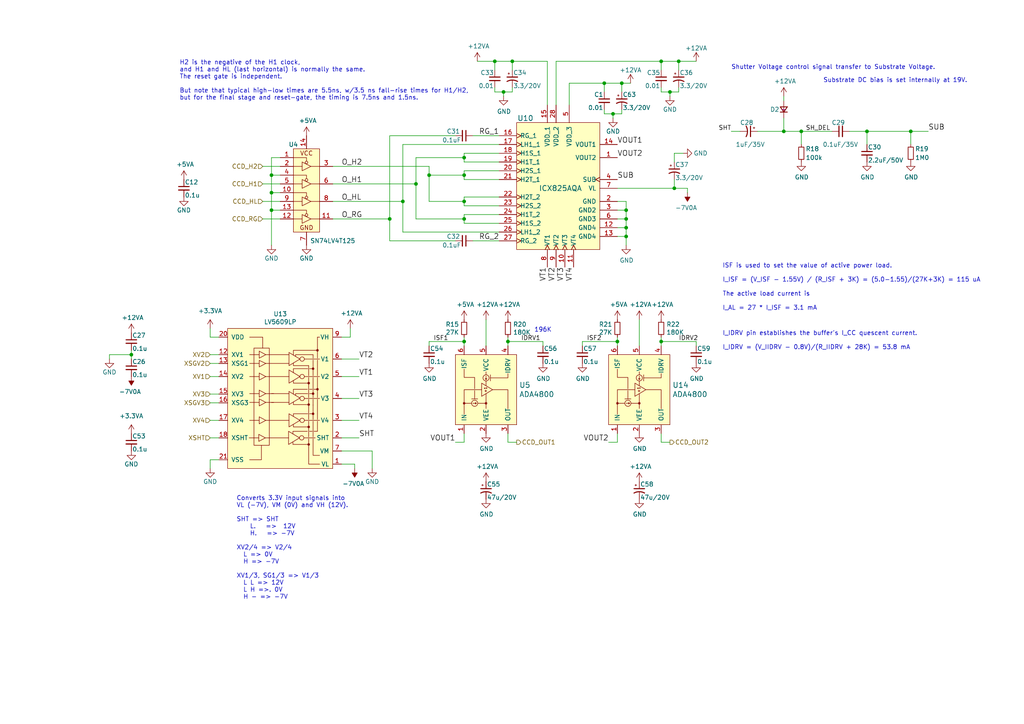
<source format=kicad_sch>
(kicad_sch (version 20230121) (generator eeschema)
  (paper "A4")
  (lib_symbols
    (symbol "@Engstad:-7V0A" (power) (pin_names (offset 0))
      (property "Value" "-7V0A" (at 0 3.81 0))
      (symbol "-7V0A_0_0"
        (pin power_in line (at 0 0 90) (length 0) hide (name "-7V0A") (number "1"))
      )
      (symbol "-7V0A_0_1"
        (polyline (pts (xy 0 0) (xy 0 1.27) (xy 0.762 1.27) (xy 0 2.54) (xy -0.762 1.27) (xy 0 1.27)) (fill (type outline)))
      )
    )
    (symbol "@Engstad:ADA4800" (pin_names (offset 1.016))
      (property "Reference" "U" (at 0 -11.43 0))
      (property "Value" "ADA4800" (at 0 11.43 0))
      (property "Datasheet" "https://www.analog.com/media/en/technical-documentation/data-sheets/ADA4800.pdf" (at 25.4 -10.16 0))
      (symbol "ADA4800_0_0"
        (circle (center -3.937 0) (radius 0.127))
        (circle (center -3.937 0) (radius 0.2794))
        (circle (center -3.937 6.35) (radius 0.127))
        (circle (center -3.937 6.35) (radius 0.2794))
        (polyline (pts (xy -5.461 0) (xy -1.143 0)))
        (polyline (pts (xy -3.937 2.413) (xy -3.937 0)))
        (polyline (pts (xy -3.937 4.191) (xy -3.937 6.35)))
        (polyline (pts (xy -2.667 3.302) (xy -0.254 3.302)))
        (polyline (pts (xy -2.667 4.191) (xy -2.667 2.413)))
        (polyline (pts (xy 1.143 0) (xy 2.54 0)))
        (polyline (pts (xy 2.54 -1.27) (xy 4.318 -1.27)))
        (polyline (pts (xy 4.318 0) (xy 5.207 0)))
        (polyline (pts (xy 3.429 -1.27) (xy 3.429 -6.35) (xy 4.699 -6.35)))
        (polyline (pts (xy 0.254 3.302) (xy 3.556 3.302) (xy 3.556 6.35) (xy 5.969 6.35)))
        (polyline (pts (xy -3.937 3.81) (xy -3.937 2.794) (xy -4.191 3.048) (xy -3.683 3.048) (xy -3.937 2.794)))
        (polyline (pts (xy 3.937 0) (xy 2.921 0) (xy 3.175 0.254) (xy 3.175 -0.254) (xy 2.921 0)))
        (circle (center 3.429 0) (radius 0.889))
        (text "+1" (at 0 0.127 0) (effects (font (size 0.762 0.762))))
      )
      (symbol "ADA4800_0_1"
        (rectangle (start -10.16 8.89) (end 10.16 -8.89) (fill (type background)))
        (polyline (pts (xy -7.112 6.35) (xy 0 6.35) (xy 0 1.27)))
        (polyline (pts (xy 0 -1.905) (xy 0 -6.35) (xy -5.588 -6.35)))
        (polyline (pts (xy -1.905 1.27) (xy 1.905 1.27) (xy 0 -1.905) (xy -1.905 1.27)))
      )
      (symbol "ADA4800_1_1"
        (circle (center -3.937 3.302) (radius 0.889))
        (pin input line (at -12.7 6.35 0) (length 2.54) (name "IN") (number "1"))
        (pin power_in line (at -12.7 0 0) (length 2.54) (name "VEE") (number "2"))
        (pin output line (at -12.7 -6.35 0) (length 2.54) (name "OUT") (number "3"))
        (pin input line (at 12.7 -6.35 180) (length 2.54) (name "IDRV") (number "4"))
        (pin power_in line (at 12.7 0 180) (length 2.54) (name "VCC") (number "5"))
        (pin output line (at 12.7 6.35 180) (length 2.54) (name "ISF") (number "6"))
      )
    )
    (symbol "@Engstad:LV5609LP" (pin_names (offset 1.016))
      (property "Reference" "U" (at 0.127 24.511 0))
      (property "Value" "LV5609LP" (at 0.127 21.971 0))
      (symbol "LV5609LP_0_1"
        (rectangle (start -15.24 19.05) (end 15.24 -21.59) (fill (type background)))
        (rectangle (start -7.62 13.335) (end -3.175 -14.859))
        (polyline (pts (xy -8.89 5.08) (xy -6.096 5.08)))
        (polyline (pts (xy -8.89 8.89) (xy -6.096 8.89)))
        (polyline (pts (xy -8.89 11.43) (xy -6.096 11.43)))
        (polyline (pts (xy -4.191 5.08) (xy 2.54 5.08)))
        (polyline (pts (xy -4.191 8.89) (xy 2.54 8.89)))
        (polyline (pts (xy -4.191 11.43) (xy 2.54 11.43)))
        (polyline (pts (xy 6.985 5.08) (xy 11.43 5.08)))
        (polyline (pts (xy 6.985 10.16) (xy 11.43 10.16)))
        (polyline (pts (xy 8.255 -12.446) (xy 8.255 -7.874)))
        (polyline (pts (xy 8.255 -1.524) (xy 8.255 -7.366)))
        (polyline (pts (xy 8.255 4.826) (xy 8.255 -1.016)))
        (polyline (pts (xy 8.255 8.255) (xy 8.255 5.334)))
        (polyline (pts (xy 8.509 1.397) (xy 9.271 1.397)))
        (polyline (pts (xy 9.271 -10.795) (xy 8.509 -10.795)))
        (polyline (pts (xy 9.525 -7.874) (xy 9.525 -12.446)))
        (polyline (pts (xy 9.525 -3.175) (xy 9.525 -7.366)))
        (polyline (pts (xy 9.525 -3.175) (xy 9.525 -3.175)))
        (polyline (pts (xy 9.525 0.254) (xy 9.525 4.826)))
        (polyline (pts (xy 9.525 5.334) (xy 9.525 9.906)))
        (polyline (pts (xy 9.525 7.366) (xy 8.509 7.366)))
        (polyline (pts (xy 9.525 11.43) (xy 9.525 10.414)))
        (polyline (pts (xy 9.779 1.397) (xy 10.795 1.397)))
        (polyline (pts (xy 10.795 -10.795) (xy 9.779 -10.795)))
        (polyline (pts (xy 10.795 -7.874) (xy 10.795 -10.795)))
        (polyline (pts (xy 10.795 -7.366) (xy 10.795 -1.524)))
        (polyline (pts (xy 10.795 5.334) (xy 10.795 9.906)))
        (polyline (pts (xy 10.795 10.414) (xy 10.795 12.7)))
        (polyline (pts (xy -8.89 -19.05) (xy -5.461 -19.05) (xy -5.461 -14.859)))
        (polyline (pts (xy -5.08 13.335) (xy -5.08 16.51) (xy -8.89 16.51)))
        (polyline (pts (xy 3.683 -13.97) (xy 3.683 -14.605) (xy 8.128 -14.605)))
        (polyline (pts (xy 3.81 -8.89) (xy 3.81 -9.525) (xy 8.255 -9.525)))
        (polyline (pts (xy 3.81 -2.286) (xy 3.81 -3.048) (xy 8.255 -3.048)))
        (polyline (pts (xy 3.81 0) (xy 3.81 1.397) (xy 7.874 1.397)))
        (polyline (pts (xy 3.81 3.937) (xy 3.81 3.175) (xy 8.255 3.175)))
        (polyline (pts (xy 3.81 6.223) (xy 3.81 7.366) (xy 8.001 7.366)))
        (polyline (pts (xy 3.81 9.017) (xy 3.81 8.255) (xy 8.255 8.255)))
        (polyline (pts (xy 3.81 11.303) (xy 3.81 12.7) (xy 10.795 12.7)))
        (polyline (pts (xy 4.445 -0.381) (xy 4.445 0.127) (xy 8.001 0.127)))
        (polyline (pts (xy 4.445 10.922) (xy 4.445 11.43) (xy 9.525 11.43)))
        (polyline (pts (xy 7.874 -10.795) (xy 3.683 -10.795) (xy 3.683 -11.557)))
        (polyline (pts (xy 8.001 -5.715) (xy 3.81 -5.715) (xy 3.81 -6.477)))
        (polyline (pts (xy 8.255 -12.954) (xy 8.255 -20.32) (xy 11.43 -20.32)))
        (polyline (pts (xy 8.509 0.127) (xy 9.525 0.127) (xy 9.525 -1.016)))
        (polyline (pts (xy 9.525 -12.954) (xy 9.525 -17.78) (xy 11.43 -17.78)))
        (polyline (pts (xy 9.525 -5.715) (xy 8.89 -5.715) (xy 8.509 -5.715)))
        (polyline (pts (xy -6.096 6.096) (xy -6.096 4.064) (xy -4.191 5.08) (xy -6.096 6.096)))
        (polyline (pts (xy -6.096 9.779) (xy -6.096 7.874) (xy -4.191 8.89) (xy -6.096 9.779)))
        (polyline (pts (xy -6.096 12.446) (xy -6.096 10.414) (xy -4.191 11.43) (xy -6.096 12.446)))
        (polyline (pts (xy 2.54 6.985) (xy 2.54 3.175) (xy 5.715 5.08) (xy 2.54 6.985)))
        (polyline (pts (xy 2.54 12.065) (xy 2.54 8.255) (xy 5.715 10.16) (xy 2.54 12.065)))
        (circle (center 6.35 5.08) (radius 0.635))
        (circle (center 6.35 10.16) (radius 0.635))
        (circle (center 8.255 -14.605) (radius 0.2794) (fill (type outline)))
        (circle (center 8.255 -9.525) (radius 0.2794) (fill (type outline)))
        (circle (center 8.255 3.175) (radius 0.2794) (fill (type outline)))
        (circle (center 9.525 0.127) (radius 0.2794) (fill (type outline)))
        (circle (center 9.525 7.366) (radius 0.2794) (fill (type outline)))
        (circle (center 10.795 1.397) (radius 0.2794) (fill (type outline)))
        (rectangle (start 10.795 12.7) (end 10.795 16.51))
        (rectangle (start 10.795 16.51) (end 11.43 16.51))
      )
      (symbol "LV5609LP_1_1"
        (polyline (pts (xy -9.017 -12.7) (xy -6.223 -12.7)))
        (polyline (pts (xy -8.89 -7.62) (xy -6.096 -7.62)))
        (polyline (pts (xy -8.89 -2.413) (xy -6.096 -2.413)))
        (polyline (pts (xy -8.89 0.127) (xy -6.096 0.127)))
        (polyline (pts (xy -4.318 -12.7) (xy 2.413 -12.7)))
        (polyline (pts (xy -4.191 -7.62) (xy 2.54 -7.62)))
        (polyline (pts (xy -4.191 -2.413) (xy -1.905 -2.413)))
        (polyline (pts (xy -4.191 0.127) (xy -1.905 0.127)))
        (polyline (pts (xy -2.54 -2.413) (xy 2.54 -2.413)))
        (polyline (pts (xy -2.54 0.127) (xy 2.54 0.127)))
        (polyline (pts (xy 6.985 -12.7) (xy 10.16 -12.7)))
        (polyline (pts (xy 6.985 -7.62) (xy 11.43 -7.62)))
        (polyline (pts (xy 6.985 -1.27) (xy 11.43 -1.27)))
        (polyline (pts (xy 9.525 -3.175) (xy 9.525 -1.524)))
        (polyline (pts (xy 10.795 4.826) (xy 10.795 -1.016)))
        (polyline (pts (xy -6.223 -11.684) (xy -6.223 -13.716) (xy -4.318 -12.7) (xy -6.223 -11.684)))
        (polyline (pts (xy -6.096 -6.604) (xy -6.096 -8.636) (xy -4.191 -7.62) (xy -6.096 -6.604)))
        (polyline (pts (xy -6.096 -1.397) (xy -6.096 -3.429) (xy -4.191 -2.413) (xy -6.096 -1.397)))
        (polyline (pts (xy -6.096 1.143) (xy -6.096 -0.889) (xy -4.191 0.127) (xy -6.096 1.143)))
        (polyline (pts (xy 2.413 -10.795) (xy 2.413 -14.605) (xy 5.588 -12.7) (xy 2.413 -10.795)))
        (polyline (pts (xy 2.54 -5.715) (xy 2.54 -9.525) (xy 5.715 -7.62) (xy 2.54 -5.715)))
        (polyline (pts (xy 2.54 0.762) (xy 2.54 -3.048) (xy 5.715 -1.143) (xy 2.54 0.762)))
        (circle (center 6.223 -12.7) (radius 0.635))
        (circle (center 6.35 -7.62) (radius 0.635))
        (circle (center 6.35 -1.27) (radius 0.635))
        (circle (center 8.255 -3.048) (radius 0.2794) (fill (type outline)))
        (circle (center 9.525 -5.715) (radius 0.2794) (fill (type outline)))
        (circle (center 10.795 12.7) (radius 0.2794) (fill (type outline)))
        (pin power_in line (at 17.78 -20.32 180) (length 2.54) (name "VL") (number "1"))
        (pin input line (at -17.78 11.43 0) (length 2.54) (name "XV1") (number "12"))
        (pin input line (at -17.78 8.89 0) (length 2.54) (name "XSG1") (number "13"))
        (pin input line (at -17.78 5.08 0) (length 2.54) (name "XV2") (number "14"))
        (pin input line (at -17.78 0 0) (length 2.54) (name "XV3") (number "15"))
        (pin input line (at -17.78 -2.54 0) (length 2.54) (name "XSG3") (number "16"))
        (pin input line (at -17.78 -7.62 0) (length 2.54) (name "XV4") (number "17"))
        (pin input line (at -17.78 -12.7 0) (length 2.54) (name "XSHT") (number "18"))
        (pin output line (at 17.78 -12.7 180) (length 2.54) (name "SHT") (number "2"))
        (pin power_in line (at -17.78 16.51 0) (length 2.54) (name "VDD") (number "20"))
        (pin power_in line (at -17.78 -19.05 0) (length 2.54) (name "VSS") (number "21"))
        (pin output line (at 17.78 -7.62 180) (length 2.54) (name "V4") (number "3"))
        (pin output line (at 17.78 -1.27 180) (length 2.54) (name "V3") (number "4"))
        (pin output line (at 17.78 5.08 180) (length 2.54) (name "V2") (number "5"))
        (pin output line (at 17.78 10.16 180) (length 2.54) (name "V1") (number "6"))
        (pin power_in line (at 17.78 -16.51 180) (length 2.54) (name "VM") (number "7"))
        (pin power_in line (at 17.78 16.51 180) (length 2.54) (name "VH") (number "9"))
      )
    )
    (symbol "@Engstad:SN74LV4T125" (pin_names (offset 1.016) hide)
      (property "Reference" "U" (at -6.35 15.24 0))
      (property "Value" "SN74LV4T125" (at 7.62 -15.24 0))
      (symbol "SN74LV4T125_0_0"
        (text "GND" (at 0 -11.43 0) (effects (font (size 1.27 1.27))))
        (text "VCC" (at 0 10.16 0) (effects (font (size 1.27 1.27))))
      )
      (symbol "SN74LV4T125_0_1"
        (rectangle (start -3.81 11.43) (end 3.81 -12.7) (fill (type background)))
        (polyline (pts (xy -3.81 -8.89) (xy -1.27 -8.89)))
        (polyline (pts (xy -3.81 -3.81) (xy -1.27 -3.81)))
        (polyline (pts (xy -3.81 1.27) (xy -1.27 1.27)))
        (polyline (pts (xy -3.81 6.35) (xy -1.27 6.35)))
        (polyline (pts (xy 1.27 -8.89) (xy 3.81 -8.89)))
        (polyline (pts (xy 1.27 -3.81) (xy 3.81 -3.81)))
        (polyline (pts (xy 1.27 1.27) (xy 3.81 1.27)))
        (polyline (pts (xy 1.27 6.35) (xy 3.81 6.35)))
        (polyline (pts (xy -3.81 -6.35) (xy 0 -6.35) (xy 0 -7.366)))
        (polyline (pts (xy -3.81 -1.27) (xy 0 -1.27) (xy 0 -2.286)))
        (polyline (pts (xy -3.81 3.81) (xy 0 3.81) (xy 0 2.794)))
        (polyline (pts (xy -3.81 8.89) (xy 0 8.89) (xy 0 7.874)))
        (polyline (pts (xy -1.27 -7.62) (xy -1.27 -10.16) (xy 1.27 -8.89) (xy -1.27 -7.62)))
        (polyline (pts (xy -1.27 -2.54) (xy -1.27 -5.08) (xy 1.27 -3.81) (xy -1.27 -2.54)))
        (polyline (pts (xy -1.27 2.54) (xy -1.27 0) (xy 1.27 1.27) (xy -1.27 2.54)))
        (polyline (pts (xy -1.27 7.62) (xy -1.27 5.08) (xy 1.27 6.35) (xy -1.27 7.62)))
        (circle (center 0 7.493) (radius 0.381))
      )
      (symbol "SN74LV4T125_1_1"
        (circle (center 0 -7.747) (radius 0.381))
        (circle (center 0 -2.667) (radius 0.381))
        (circle (center 0 2.413) (radius 0.381))
        (pin input line (at -7.62 8.89 0) (length 3.81) (name "1~{OE}") (number "1"))
        (pin input line (at -7.62 -1.27 0) (length 3.81) (name "3~{OE}") (number "10"))
        (pin output line (at 7.62 -8.89 180) (length 3.81) (name "4Y") (number "11"))
        (pin input line (at -7.62 -8.89 0) (length 3.81) (name "4A") (number "12"))
        (pin input line (at -7.62 -6.35 0) (length 3.81) (name "4~{OE}") (number "13"))
        (pin power_in line (at 0 15.24 270) (length 3.81) (name "VCC") (number "14"))
        (pin input line (at -7.62 6.35 0) (length 3.81) (name "1A") (number "2"))
        (pin output line (at 7.62 6.35 180) (length 3.81) (name "1Y") (number "3"))
        (pin input line (at -7.62 3.81 0) (length 3.81) (name "2~{OE}") (number "4"))
        (pin input line (at -7.62 1.27 0) (length 3.81) (name "2A") (number "5"))
        (pin output line (at 7.62 1.27 180) (length 3.81) (name "2Y") (number "6"))
        (pin power_in line (at 0 -16.51 90) (length 3.81) (name "GND") (number "7"))
        (pin output line (at 7.62 -3.81 180) (length 3.81) (name "3Y") (number "8"))
        (pin input line (at -7.62 -3.81 0) (length 3.81) (name "3A") (number "9"))
      )
    )
    (symbol "AstroCam-rescue:CP1_Small-Device" (pin_numbers hide) (pin_names (offset 0.254) hide)
      (property "Reference" "C" (at 0.254 1.778 0))
      (property "Value" "CP1_Small-Device" (at 0.254 -2.032 0))
      (symbol "CP1_Small-Device_0_1"
        (polyline (pts (xy -1.524 0.508) (xy 1.524 0.508)) (stroke (width 0.3048)))
        (polyline (pts (xy -1.27 1.524) (xy -0.762 1.524)))
        (polyline (pts (xy -1.016 1.27) (xy -1.016 1.778)))
        (arc (start 1.524 -0.762) (mid 0 -0.3734) (end -1.524 -0.762) (stroke (width 0.3048)))
      )
      (symbol "CP1_Small-Device_1_1"
        (pin passive line (at 0 2.54 270) (length 2.032) (name "~") (number "1"))
        (pin passive line (at 0 -2.54 90) (length 2.032) (name "~") (number "2"))
      )
    )
    (symbol "AstroCam-rescue:ICX825AQA" (pin_names (offset 1.016))
      (property "Reference" "U" (at -10.16 20.32 0))
      (property "Value" "ICX825AQA" (at 0 0 0))
      (symbol "ICX825AQA_0_1"
        (rectangle (start -12.7 19.05) (end 11.43 -17.78) (fill (type background)))
      )
      (symbol "ICX825AQA_1_1"
        (pin output line (at 16.51 8.89 180) (length 5.08) (name "VOUT2") (number "1"))
        (pin input clock (at 1.27 -22.86 90) (length 5.08) (name "VT3") (number "10"))
        (pin input clock (at 3.81 -22.86 90) (length 5.08) (name "VT4") (number "11"))
        (pin power_in line (at 16.51 -11.43 180) (length 5.08) (name "GND4") (number "12"))
        (pin power_in line (at 16.51 -13.97 180) (length 5.08) (name "GND4") (number "13"))
        (pin output line (at 16.51 12.7 180) (length 5.08) (name "VOUT1") (number "14"))
        (pin power_in line (at -3.81 24.13 270) (length 5.08) (name "VDD_1") (number "15"))
        (pin input clock (at -17.78 15.24 0) (length 5.08) (name "RG_1") (number "16"))
        (pin input clock (at -17.78 12.7 0) (length 5.08) (name "LH1_1") (number "17"))
        (pin input clock (at -17.78 10.16 0) (length 5.08) (name "H1S_1") (number "18"))
        (pin input clock (at -17.78 7.62 0) (length 5.08) (name "H1T_1") (number "19"))
        (pin power_in line (at 16.51 -3.81 180) (length 5.08) (name "GND") (number "2"))
        (pin input clock (at -17.78 5.08 0) (length 5.08) (name "H2S_1") (number "20"))
        (pin input clock (at -17.78 2.54 0) (length 5.08) (name "H2T_1") (number "21"))
        (pin input clock (at -17.78 -2.54 0) (length 5.08) (name "H2T_2") (number "22"))
        (pin input clock (at -17.78 -5.08 0) (length 5.08) (name "H2S_2") (number "23"))
        (pin input clock (at -17.78 -7.62 0) (length 5.08) (name "H1T_2") (number "24"))
        (pin input clock (at -17.78 -10.16 0) (length 5.08) (name "H1S_2") (number "25"))
        (pin input clock (at -17.78 -12.7 0) (length 5.08) (name "LH1_2") (number "26"))
        (pin input clock (at -17.78 -15.24 0) (length 5.08) (name "RG_2") (number "27"))
        (pin power_in line (at -1.27 24.13 270) (length 5.08) (name "VDD_2") (number "28"))
        (pin power_in line (at 16.51 -6.35 180) (length 5.08) (name "GND2") (number "3"))
        (pin input clock (at 16.51 2.54 180) (length 5.08) (name "SUB") (number "4"))
        (pin power_in line (at 2.54 24.13 270) (length 5.08) (name "VDD_3") (number "5"))
        (pin power_in line (at 16.51 -8.89 180) (length 5.08) (name "GND3") (number "6"))
        (pin input line (at 16.51 0 180) (length 5.08) (name "VL") (number "7"))
        (pin input clock (at -3.81 -22.86 90) (length 5.08) (name "VT1") (number "8"))
        (pin input clock (at -1.27 -22.86 90) (length 5.08) (name "VT2") (number "9"))
      )
    )
    (symbol "Device:C_Polarized_Small_US" (pin_numbers hide) (pin_names (offset 0.254) hide)
      (property "Reference" "C" (at 0.254 1.778 0))
      (property "Value" "C_Polarized_Small_US" (at 0.254 -2.032 0))
      (symbol "C_Polarized_Small_US_0_1"
        (polyline (pts (xy -1.524 0.508) (xy 1.524 0.508)) (stroke (width 0.3048)))
        (polyline (pts (xy -1.27 1.524) (xy -0.762 1.524)))
        (polyline (pts (xy -1.016 1.27) (xy -1.016 1.778)))
        (arc (start 1.524 -0.762) (mid 0 -0.3734) (end -1.524 -0.762) (stroke (width 0.3048)))
      )
      (symbol "C_Polarized_Small_US_1_1"
        (pin passive line (at 0 2.54 270) (length 2.032) (name "~") (number "1"))
        (pin passive line (at 0 -2.54 90) (length 2.032) (name "~") (number "2"))
      )
    )
    (symbol "Device:C_Small" (pin_numbers hide) (pin_names (offset 0.254) hide)
      (property "Reference" "C" (at 0.254 1.778 0))
      (property "Value" "C_Small" (at 0.254 -2.032 0))
      (symbol "C_Small_0_1"
        (polyline (pts (xy -1.524 -0.508) (xy 1.524 -0.508)) (stroke (width 0.3302)))
        (polyline (pts (xy -1.524 0.508) (xy 1.524 0.508)) (stroke (width 0.3048)))
      )
      (symbol "C_Small_1_1"
        (pin passive line (at 0 2.54 270) (length 2.032) (name "~") (number "1"))
        (pin passive line (at 0 -2.54 90) (length 2.032) (name "~") (number "2"))
      )
    )
    (symbol "Device:D_Small" (pin_numbers hide) (pin_names (offset 0.254) hide)
      (property "Reference" "D" (at -1.27 2.032 0))
      (property "Value" "D_Small" (at -3.81 -2.032 0))
      (symbol "D_Small_0_1"
        (polyline (pts (xy -0.762 -1.016) (xy -0.762 1.016)) (stroke (width 0.254)))
        (polyline (pts (xy -0.762 0) (xy 0.762 0)))
        (polyline (pts (xy 0.762 -1.016) (xy -0.762 0) (xy 0.762 1.016) (xy 0.762 -1.016)) (stroke (width 0.254)))
      )
      (symbol "D_Small_1_1"
        (pin passive line (at -2.54 0 0) (length 1.778) (name "K") (number "1"))
        (pin passive line (at 2.54 0 180) (length 1.778) (name "A") (number "2"))
      )
    )
    (symbol "Device:R_Small" (pin_numbers hide) (pin_names (offset 0.254) hide)
      (property "Reference" "R" (at 0.762 0.508 0))
      (property "Value" "R_Small" (at 0.762 -1.016 0))
      (symbol "R_Small_0_1"
        (rectangle (start -0.762 1.778) (end 0.762 -1.778) (stroke (width 0.2032)))
      )
      (symbol "R_Small_1_1"
        (pin passive line (at 0 2.54 270) (length 0.762) (name "~") (number "1"))
        (pin passive line (at 0 -2.54 90) (length 0.762) (name "~") (number "2"))
      )
    )
    (symbol "power:+12VA" (power) (pin_names (offset 0))
      (property "Value" "+12VA" (at 0 3.556 0))
      (symbol "+12VA_0_1"
        (polyline (pts (xy -0.762 1.27) (xy 0 2.54)))
        (polyline (pts (xy 0 0) (xy 0 2.54)))
        (polyline (pts (xy 0 2.54) (xy 0.762 1.27)))
      )
      (symbol "+12VA_1_1"
        (pin power_in line (at 0 0 90) (length 0) hide (name "+12VA") (number "1"))
      )
    )
    (symbol "power:+3.3VA" (power) (pin_names (offset 0))
      (property "Value" "+3.3VA" (at 0 3.556 0))
      (symbol "+3.3VA_0_1"
        (polyline (pts (xy -0.762 1.27) (xy 0 2.54)))
        (polyline (pts (xy 0 0) (xy 0 2.54)))
        (polyline (pts (xy 0 2.54) (xy 0.762 1.27)))
      )
      (symbol "+3.3VA_1_1"
        (pin power_in line (at 0 0 90) (length 0) hide (name "+3.3VA") (number "1"))
      )
    )
    (symbol "power:+5VA" (power) (pin_names (offset 0))
      (property "Value" "+5VA" (at 0 3.556 0))
      (symbol "+5VA_0_1"
        (polyline (pts (xy -0.762 1.27) (xy 0 2.54)))
        (polyline (pts (xy 0 0) (xy 0 2.54)))
        (polyline (pts (xy 0 2.54) (xy 0.762 1.27)))
      )
      (symbol "+5VA_1_1"
        (pin power_in line (at 0 0 90) (length 0) hide (name "+5VA") (number "1"))
      )
    )
    (symbol "power:GND" (power) (pin_names (offset 0))
      (property "Value" "GND" (at 0 -3.81 0))
      (symbol "GND_0_1"
        (polyline (pts (xy 0 0) (xy 0 -1.27) (xy 1.27 -1.27) (xy 0 -2.54) (xy -1.27 -1.27) (xy 0 -1.27)))
      )
      (symbol "GND_1_1"
        (pin power_in line (at 0 0 270) (length 0) hide (name "GND") (number "1"))
      )
    )
  )
  (junction (at 196.85 17.78))
  (junction (at 227.33 38.1))
  (junction (at 38.1 102.87))
  (junction (at 191.77 99.06))
  (junction (at 181.61 68.58))
  (junction (at 134.62 58.42))
  (junction (at 134.62 50.8))
  (junction (at 78.74 50.8))
  (junction (at 120.65 53.34))
  (junction (at 181.61 60.96))
  (junction (at 147.32 99.06))
  (junction (at 134.62 45.72))
  (junction (at 78.74 60.96))
  (junction (at 175.26 24.13))
  (junction (at 251.46 38.1))
  (junction (at 143.51 17.78))
  (junction (at 179.07 99.06))
  (junction (at 113.03 63.5))
  (junction (at 194.31 26.67))
  (junction (at 180.34 24.13))
  (junction (at 232.41 38.1))
  (junction (at 264.16 38.1))
  (junction (at 191.77 17.78))
  (junction (at 181.61 63.5))
  (junction (at 177.8 33.02))
  (junction (at 146.05 26.67))
  (junction (at 148.59 17.78))
  (junction (at 134.62 99.06))
  (junction (at 134.62 63.5))
  (junction (at 78.74 55.88))
  (junction (at 181.61 66.04))
  (junction (at 116.84 58.42))
  (junction (at 124.46 50.8))
  (junction (at 195.58 54.61))
  (wire (pts (xy 194.31 26.67) (xy 196.85 26.67)))
  (wire (pts (xy 99.06 134.62) (xy 102.87 134.62)))
  (wire (pts (xy 134.62 97.79) (xy 134.62 99.06)))
  (wire (pts (xy 60.96 114.3) (xy 63.5 114.3)))
  (wire (pts (xy 113.03 63.5) (xy 113.03 69.85)))
  (wire (pts (xy 179.07 58.42) (xy 181.61 58.42)))
  (wire (pts (xy 120.65 45.72) (xy 134.62 45.72)))
  (wire (pts (xy 120.65 53.34) (xy 120.65 45.72)))
  (wire (pts (xy 81.28 45.72) (xy 78.74 45.72)))
  (wire (pts (xy 147.32 128.27) (xy 149.86 128.27)))
  (wire (pts (xy 147.32 99.06) (xy 157.48 99.06)))
  (wire (pts (xy 227.33 38.1) (xy 232.41 38.1)))
  (wire (pts (xy 134.62 57.15) (xy 134.62 58.42)))
  (wire (pts (xy 134.62 63.5) (xy 134.62 64.77)))
  (wire (pts (xy 232.41 38.1) (xy 241.3 38.1)))
  (wire (pts (xy 148.59 26.67) (xy 148.59 25.4)))
  (wire (pts (xy 38.1 101.6) (xy 38.1 102.87)))
  (wire (pts (xy 134.62 63.5) (xy 120.65 63.5)))
  (wire (pts (xy 124.46 48.26) (xy 124.46 50.8)))
  (wire (pts (xy 99.06 97.79) (xy 101.6 97.79)))
  (wire (pts (xy 146.05 26.67) (xy 146.05 27.94)))
  (wire (pts (xy 99.06 130.81) (xy 107.95 130.81)))
  (wire (pts (xy 104.14 104.14) (xy 99.06 104.14)))
  (wire (pts (xy 165.1 24.13) (xy 165.1 30.48)))
  (wire (pts (xy 143.51 25.4) (xy 143.51 26.67)))
  (wire (pts (xy 134.62 64.77) (xy 144.78 64.77)))
  (wire (pts (xy 76.2 48.26) (xy 81.28 48.26)))
  (wire (pts (xy 179.07 68.58) (xy 181.61 68.58)))
  (wire (pts (xy 113.03 39.37) (xy 113.03 63.5)))
  (wire (pts (xy 191.77 17.78) (xy 196.85 17.78)))
  (wire (pts (xy 179.07 60.96) (xy 181.61 60.96)))
  (wire (pts (xy 175.26 33.02) (xy 177.8 33.02)))
  (wire (pts (xy 60.96 135.89) (xy 60.96 133.35)))
  (wire (pts (xy 143.51 17.78) (xy 148.59 17.78)))
  (wire (pts (xy 212.09 38.1) (xy 214.63 38.1)))
  (wire (pts (xy 76.2 53.34) (xy 81.28 53.34)))
  (wire (pts (xy 181.61 58.42) (xy 181.61 60.96)))
  (wire (pts (xy 96.52 48.26) (xy 124.46 48.26)))
  (wire (pts (xy 201.93 99.06) (xy 201.93 100.33)))
  (wire (pts (xy 96.52 63.5) (xy 113.03 63.5)))
  (wire (pts (xy 191.77 97.79) (xy 191.77 99.06)))
  (wire (pts (xy 134.62 58.42) (xy 134.62 59.69)))
  (wire (pts (xy 180.34 33.02) (xy 180.34 31.75)))
  (wire (pts (xy 78.74 50.8) (xy 81.28 50.8)))
  (wire (pts (xy 96.52 58.42) (xy 116.84 58.42)))
  (wire (pts (xy 99.06 109.22) (xy 104.14 109.22)))
  (wire (pts (xy 134.62 128.27) (xy 134.62 125.73)))
  (wire (pts (xy 138.43 17.78) (xy 143.51 17.78)))
  (wire (pts (xy 124.46 50.8) (xy 124.46 58.42)))
  (wire (pts (xy 196.85 17.78) (xy 201.93 17.78)))
  (wire (pts (xy 191.77 26.67) (xy 194.31 26.67)))
  (wire (pts (xy 179.07 97.79) (xy 179.07 99.06)))
  (wire (pts (xy 264.16 38.1) (xy 269.24 38.1)))
  (wire (pts (xy 191.77 128.27) (xy 194.31 128.27)))
  (wire (pts (xy 60.96 133.35) (xy 63.5 133.35)))
  (wire (pts (xy 143.51 17.78) (xy 143.51 20.32)))
  (wire (pts (xy 60.96 116.84) (xy 63.5 116.84)))
  (wire (pts (xy 116.84 41.91) (xy 144.78 41.91)))
  (wire (pts (xy 191.77 99.06) (xy 191.77 100.33)))
  (wire (pts (xy 177.8 33.02) (xy 177.8 34.29)))
  (wire (pts (xy 179.07 54.61) (xy 195.58 54.61)))
  (wire (pts (xy 227.33 34.29) (xy 227.33 38.1)))
  (wire (pts (xy 134.62 58.42) (xy 124.46 58.42)))
  (wire (pts (xy 116.84 67.31) (xy 144.78 67.31)))
  (wire (pts (xy 147.32 125.73) (xy 147.32 128.27)))
  (wire (pts (xy 179.07 128.27) (xy 179.07 125.73)))
  (wire (pts (xy 78.74 60.96) (xy 78.74 71.12)))
  (wire (pts (xy 76.2 63.5) (xy 81.28 63.5)))
  (wire (pts (xy 198.12 44.45) (xy 195.58 44.45)))
  (wire (pts (xy 157.48 99.06) (xy 157.48 100.33)))
  (wire (pts (xy 60.96 127) (xy 63.5 127)))
  (wire (pts (xy 227.33 29.21) (xy 227.33 27.94)))
  (wire (pts (xy 144.78 62.23) (xy 134.62 62.23)))
  (wire (pts (xy 101.6 97.79) (xy 101.6 95.25)))
  (wire (pts (xy 60.96 95.25) (xy 60.96 97.79)))
  (wire (pts (xy 185.42 92.71) (xy 185.42 100.33)))
  (wire (pts (xy 177.8 33.02) (xy 180.34 33.02)))
  (wire (pts (xy 195.58 54.61) (xy 199.39 54.61)))
  (wire (pts (xy 134.62 99.06) (xy 124.46 99.06)))
  (wire (pts (xy 195.58 44.45) (xy 195.58 46.99)))
  (wire (pts (xy 165.1 24.13) (xy 175.26 24.13)))
  (wire (pts (xy 134.62 99.06) (xy 134.62 100.33)))
  (wire (pts (xy 191.77 99.06) (xy 201.93 99.06)))
  (wire (pts (xy 99.06 115.57) (xy 104.14 115.57)))
  (wire (pts (xy 176.53 128.27) (xy 179.07 128.27)))
  (wire (pts (xy 120.65 63.5) (xy 120.65 53.34)))
  (wire (pts (xy 147.32 97.79) (xy 147.32 99.06)))
  (wire (pts (xy 104.14 121.92) (xy 99.06 121.92)))
  (wire (pts (xy 175.26 24.13) (xy 175.26 26.67)))
  (wire (pts (xy 196.85 17.78) (xy 196.85 20.32)))
  (wire (pts (xy 60.96 102.87) (xy 63.5 102.87)))
  (wire (pts (xy 161.29 17.78) (xy 191.77 17.78)))
  (wire (pts (xy 144.78 49.53) (xy 134.62 49.53)))
  (wire (pts (xy 78.74 55.88) (xy 81.28 55.88)))
  (wire (pts (xy 113.03 39.37) (xy 132.08 39.37)))
  (wire (pts (xy 78.74 60.96) (xy 81.28 60.96)))
  (wire (pts (xy 134.62 50.8) (xy 124.46 50.8)))
  (wire (pts (xy 31.75 102.87) (xy 31.75 104.14)))
  (wire (pts (xy 60.96 121.92) (xy 63.5 121.92)))
  (wire (pts (xy 148.59 17.78) (xy 148.59 20.32)))
  (wire (pts (xy 60.96 105.41) (xy 63.5 105.41)))
  (wire (pts (xy 124.46 99.06) (xy 124.46 100.33)))
  (wire (pts (xy 175.26 24.13) (xy 180.34 24.13)))
  (wire (pts (xy 264.16 38.1) (xy 264.16 41.91)))
  (wire (pts (xy 134.62 62.23) (xy 134.62 63.5)))
  (wire (pts (xy 132.08 128.27) (xy 134.62 128.27)))
  (wire (pts (xy 179.07 99.06) (xy 168.91 99.06)))
  (wire (pts (xy 102.87 134.62) (xy 102.87 135.89)))
  (wire (pts (xy 195.58 52.07) (xy 195.58 54.61)))
  (wire (pts (xy 38.1 102.87) (xy 31.75 102.87)))
  (wire (pts (xy 179.07 66.04) (xy 181.61 66.04)))
  (wire (pts (xy 179.07 63.5) (xy 181.61 63.5)))
  (wire (pts (xy 134.62 44.45) (xy 134.62 45.72)))
  (wire (pts (xy 246.38 38.1) (xy 251.46 38.1)))
  (wire (pts (xy 78.74 50.8) (xy 78.74 55.88)))
  (wire (pts (xy 78.74 45.72) (xy 78.74 50.8)))
  (wire (pts (xy 76.2 58.42) (xy 81.28 58.42)))
  (wire (pts (xy 144.78 57.15) (xy 134.62 57.15)))
  (wire (pts (xy 137.16 69.85) (xy 144.78 69.85)))
  (wire (pts (xy 191.77 25.4) (xy 191.77 26.67)))
  (wire (pts (xy 181.61 68.58) (xy 181.61 71.12)))
  (wire (pts (xy 96.52 53.34) (xy 120.65 53.34)))
  (wire (pts (xy 196.85 26.67) (xy 196.85 25.4)))
  (wire (pts (xy 175.26 31.75) (xy 175.26 33.02)))
  (wire (pts (xy 180.34 24.13) (xy 182.88 24.13)))
  (wire (pts (xy 181.61 66.04) (xy 181.61 68.58)))
  (wire (pts (xy 180.34 24.13) (xy 180.34 26.67)))
  (wire (pts (xy 199.39 54.61) (xy 199.39 55.88)))
  (wire (pts (xy 134.62 50.8) (xy 134.62 52.07)))
  (wire (pts (xy 107.95 130.81) (xy 107.95 135.89)))
  (wire (pts (xy 158.75 17.78) (xy 158.75 30.48)))
  (wire (pts (xy 251.46 41.91) (xy 251.46 38.1)))
  (wire (pts (xy 194.31 26.67) (xy 194.31 27.94)))
  (wire (pts (xy 116.84 41.91) (xy 116.84 58.42)))
  (wire (pts (xy 251.46 38.1) (xy 264.16 38.1)))
  (wire (pts (xy 148.59 17.78) (xy 158.75 17.78)))
  (wire (pts (xy 219.71 38.1) (xy 227.33 38.1)))
  (wire (pts (xy 191.77 125.73) (xy 191.77 128.27)))
  (wire (pts (xy 181.61 60.96) (xy 181.61 63.5)))
  (wire (pts (xy 134.62 49.53) (xy 134.62 50.8)))
  (wire (pts (xy 134.62 46.99) (xy 144.78 46.99)))
  (wire (pts (xy 38.1 102.87) (xy 38.1 104.14)))
  (wire (pts (xy 134.62 52.07) (xy 144.78 52.07)))
  (wire (pts (xy 134.62 44.45) (xy 144.78 44.45)))
  (wire (pts (xy 168.91 99.06) (xy 168.91 100.33)))
  (wire (pts (xy 140.97 92.71) (xy 140.97 100.33)))
  (wire (pts (xy 60.96 97.79) (xy 63.5 97.79)))
  (wire (pts (xy 134.62 59.69) (xy 144.78 59.69)))
  (wire (pts (xy 137.16 39.37) (xy 144.78 39.37)))
  (wire (pts (xy 78.74 55.88) (xy 78.74 60.96)))
  (wire (pts (xy 143.51 26.67) (xy 146.05 26.67)))
  (wire (pts (xy 113.03 69.85) (xy 132.08 69.85)))
  (wire (pts (xy 99.06 127) (xy 104.14 127)))
  (wire (pts (xy 134.62 45.72) (xy 134.62 46.99)))
  (wire (pts (xy 191.77 17.78) (xy 191.77 20.32)))
  (wire (pts (xy 146.05 26.67) (xy 148.59 26.67)))
  (wire (pts (xy 147.32 99.06) (xy 147.32 100.33)))
  (wire (pts (xy 161.29 30.48) (xy 161.29 17.78)))
  (wire (pts (xy 181.61 63.5) (xy 181.61 66.04)))
  (wire (pts (xy 179.07 99.06) (xy 179.07 100.33)))
  (wire (pts (xy 116.84 58.42) (xy 116.84 67.31)))
  (wire (pts (xy 232.41 38.1) (xy 232.41 41.91)))
  (wire (pts (xy 60.96 109.22) (xy 63.5 109.22)))
  (text "196K" (at 154.94 96.52 0) (effects (font (size 1.27 1.27)) (justify left bottom)))
  (text "Shutter Voltage control signal transfer to Substrate Voltage." (at 212.09 20.32 0) (effects (font (size 1.27 1.27)) (justify left bottom)))
  (text "Substrate DC bias is set internally at 19V.\n" (at 238.76 24.13 0) (effects (font (size 1.27 1.27)) (justify left bottom)))
  (text "ISF is used to set the value of active power load.\n\nI_ISF = (V_ISF - 1.55V) / (R_ISF + 3K) = (5.0-1.55)/(27K+3K) = 115 uA\n\nThe active load current is\n\nI_AL = 27 * I_ISF = 3.1 mA\n" (at 209.55 90.17 0) (effects (font (size 1.27 1.27)) (justify left bottom)))
  (text "H2 is the negative of the H1 clock,\nand H1 and HL (last horizontal) is normally the same.\nThe reset gate is independent.\n\nBut note that typical high-low times are 5.5ns, w/3.5 ns fall-rise times for H1/H2,\nbut for the final stage and reset-gate, the timing is 7.5ns and 1.5ns." (at 52.07 29.21 0) (effects (font (size 1.27 1.27)) (justify left bottom)))
  (text "I_IDRV pin establishes the buffer's I_CC quescent current. \n\nI_IDRV = (V_IIDRV - 0.8V)/(R_IIDRV + 28K) = 53.8 mA" (at 209.55 101.6 0) (effects (font (size 1.27 1.27)) (justify left bottom)))
  (text "Converts 3.3V input signals into \nVL (-7V), VM (0V) and VH (12V).\n\nSHT => SHT\n    L.   =>  12V\n    H.   => -7V\n\nXV2/4 => V2/4\n  L => 0V\n  H => -7V\n\nXV1/3, SG1/3 => V1/3\n  L L => 12V\n  L H =>. 0V\n  H - => -7V" (at 68.58 173.99 0) (effects (font (size 1.27 1.27)) (justify left bottom)))
  (label "VT2" (at 104.14 104.14 0) (effects (font (size 1.524 1.524))))
  (label "VT1" (at 158.75 77.47 270) (effects (font (size 1.524 1.524))))
  (label "SHT" (at 104.14 127 0) (effects (font (size 1.524 1.524))))
  (label "VT2" (at 161.29 77.47 270) (effects (font (size 1.524 1.524))))
  (label "IDRV1" (at 151.13 99.06 0))
  (label "VT4" (at 104.14 121.92 0) (effects (font (size 1.524 1.524))))
  (label "VOUT1" (at 132.08 128.27 180) (effects (font (size 1.524 1.524))))
  (label "O_H1" (at 99.06 53.34 0) (effects (font (size 1.524 1.524))))
  (label "ISF2" (at 170.18 99.06 0))
  (label "O_RG" (at 99.06 63.5 0) (effects (font (size 1.524 1.524))))
  (label "RG_2" (at 144.78 69.85 180) (effects (font (size 1.524 1.524))))
  (label "VOUT2" (at 179.07 45.72 0) (effects (font (size 1.524 1.524))))
  (label "SHT" (at 212.09 38.1 180))
  (label "VT3" (at 163.83 77.47 270) (effects (font (size 1.524 1.524))))
  (label "SUB" (at 179.07 52.07 0) (effects (font (size 1.524 1.524))))
  (label "VT1" (at 104.14 109.22 0) (effects (font (size 1.524 1.524))))
  (label "RG_1" (at 144.78 39.37 180) (effects (font (size 1.524 1.524))))
  (label "O_HL" (at 99.06 58.42 0) (effects (font (size 1.524 1.524))))
  (label "VT4" (at 166.37 77.47 270) (effects (font (size 1.524 1.524))))
  (label "VT3" (at 104.14 115.57 0) (effects (font (size 1.524 1.524))))
  (label "SH_DEL" (at 233.68 38.1 0))
  (label "O_H2" (at 99.06 48.26 0) (effects (font (size 1.524 1.524))))
  (label "VOUT1" (at 179.07 41.91 0) (effects (font (size 1.524 1.524))))
  (label "VOUT2" (at 176.53 128.27 180) (effects (font (size 1.524 1.524))))
  (label "IDRV2" (at 196.85 99.06 0))
  (label "SUB" (at 269.24 38.1 0) (effects (font (size 1.524 1.524))))
  (label "ISF1" (at 125.73 99.06 0))
  (hierarchical_label "XV3" (shape input) (at 60.96 114.3 180))
  (hierarchical_label "CCD_RG" (shape input) (at 76.2 63.5 180))
  (hierarchical_label "CCD_OUT1" (shape output) (at 149.86 128.27 0))
  (hierarchical_label "XV4" (shape input) (at 60.96 121.92 180))
  (hierarchical_label "CCD_HL" (shape input) (at 76.2 58.42 180))
  (hierarchical_label "CCD_H1" (shape input) (at 76.2 53.34 180))
  (hierarchical_label "XSGV2" (shape input) (at 60.96 105.41 180))
  (hierarchical_label "XV1" (shape input) (at 60.96 109.22 180))
  (hierarchical_label "XSHT" (shape input) (at 60.96 127 180))
  (hierarchical_label "XSGV3" (shape input) (at 60.96 116.84 180))
  (hierarchical_label "CCD_OUT2" (shape output) (at 194.31 128.27 0))
  (hierarchical_label "XV2" (shape input) (at 60.96 102.87 180))
  (hierarchical_label "CCD_H2" (shape input) (at 76.2 48.26 180))
  (symbol (lib_id "AstroCam-rescue:ICX825AQA") (at 162.56 54.61 0) (unit 1)
    (property "Reference" "U10" (at 152.4 34.29 0) (effects (font (size 1.524 1.524))))
    (property "Value" "ICX825AQA" (at 162.56 54.61 0) (effects (font (size 1.524 1.524))))
    (property "Footprint" "camera:ICX825" (effects hide))
  )
  (symbol (lib_id "Device:C_Small") (at 38.1 106.68 0) (unit 1)
    (property "Reference" "C26" (at 38.354 104.902 0) (effects (justify left)))
    (property "Value" "0.1u" (at 38.354 108.712 0) (effects (justify left)))
    (property "Footprint" "Capacitor_SMD:C_0603_1608Metric" (effects hide))
  )
  (symbol (lib_id "Device:C_Small") (at 38.1 99.06 0) (unit 1)
    (property "Reference" "C27" (at 38.354 97.282 0) (effects (justify left)))
    (property "Value" "0.1u" (at 38.354 101.092 0) (effects (justify left)))
    (property "Footprint" "Capacitor_SMD:C_0603_1608Metric" (effects hide))
  )
  (symbol (lib_id "Device:C_Polarized_Small_US") (at 217.17 38.1 270) (unit 1)
    (property "Reference" "C28" (at 214.63 35.56 90) (effects (justify left)))
    (property "Value" "1uF/35V" (at 213.36 41.91 90) (effects (justify left)))
    (property "Footprint" "Capacitor_Tantalum_SMD:CP_EIA-1608-08_AVX-J" (effects hide))
  )
  (symbol (lib_id "Device:D_Small") (at 227.33 31.75 90) (unit 1)
    (property "Reference" "D2" (at 226.06 31.75 90) (effects (justify left)))
    (property "Value" "D" (effects hide))
    (property "Footprint" "Diode_SMD:D_SOD-123" (effects hide))
    (property "Datasheet" "~" (at 227.33 31.75 90) (effects (font (size 1.524 1.524))))
    (property "Sim.Device" "D" (effects hide))
    (property "Sim.Pins" "1=K 2=A" (effects hide))
  )
  (symbol (lib_id "Device:R_Small") (at 232.41 44.45 0) (unit 1)
    (property "Reference" "R18" (at 233.68 43.18 0) (effects (justify left)))
    (property "Value" "100k" (at 233.68 45.72 0) (effects (justify left)))
    (property "Footprint" "Resistor_SMD:R_0603_1608Metric" (effects hide))
  )
  (symbol (lib_id "Device:C_Small") (at 243.84 38.1 90) (unit 1)
    (property "Reference" "C29" (at 245.11 35.56 90) (effects (justify left)))
    (property "Value" "0.1uF/35V" (at 248.92 41.91 90) (effects (justify left)))
    (property "Footprint" "Capacitor_SMD:C_0805_2012Metric" (effects hide))
  )
  (symbol (lib_id "Device:C_Small") (at 251.46 44.45 0) (unit 1)
    (property "Reference" "C30" (at 251.714 42.672 0) (effects (justify left)))
    (property "Value" "2.2uF/50V" (at 251.714 46.482 0) (effects (justify left)))
    (property "Footprint" "Capacitor_SMD:C_0805_2012Metric" (effects hide))
  )
  (symbol (lib_id "Device:R_Small") (at 264.16 44.45 0) (unit 1)
    (property "Reference" "R19" (at 265.43 43.18 0) (effects (justify left)))
    (property "Value" "1M0" (at 265.43 45.72 0) (effects (justify left)))
    (property "Footprint" "Resistor_SMD:R_0603_1608Metric" (effects hide))
  )
  (symbol (lib_id "AstroCam-rescue:CP1_Small-Device") (at 195.58 49.53 0) (unit 1)
    (property "Reference" "C37" (at 195.834 47.752 0) (effects (justify left)))
    (property "Value" "3.3/20V" (at 195.834 51.562 0) (effects (justify left)))
    (property "Footprint" "Capacitor_Tantalum_SMD:CP_EIA-1608-08_AVX-J" (effects hide))
  )
  (symbol (lib_id "Device:C_Small") (at 134.62 39.37 270) (unit 1)
    (property "Reference" "C31" (at 129.54 38.1 90) (effects (justify left)))
    (property "Value" "0.1uF" (at 128.27 40.64 90) (effects (justify left)))
    (property "Footprint" "Capacitor_SMD:C_0603_1608Metric" (effects hide))
  )
  (symbol (lib_id "Device:C_Small") (at 134.62 69.85 270) (unit 1)
    (property "Reference" "C32" (at 129.54 68.58 90) (effects (justify left)))
    (property "Value" "0.1uF" (at 128.27 71.12 90) (effects (justify left)))
    (property "Footprint" "Capacitor_SMD:C_0603_1608Metric" (effects hide))
  )
  (symbol (lib_id "Device:C_Small") (at 143.51 22.86 0) (mirror y) (unit 1)
    (property "Reference" "C33" (at 143.256 21.082 0) (effects (justify left)))
    (property "Value" "0.01" (at 143.256 24.892 0) (effects (justify left)))
    (property "Footprint" "Capacitor_SMD:C_0603_1608Metric" (effects hide))
  )
  (symbol (lib_id "AstroCam-rescue:CP1_Small-Device") (at 148.59 22.86 0) (unit 1)
    (property "Reference" "C34" (at 148.844 21.082 0) (effects (justify left)))
    (property "Value" "3.3/20V" (at 148.844 24.892 0) (effects (justify left)))
    (property "Footprint" "Capacitor_Tantalum_SMD:CP_EIA-3528-12_Kemet-T" (effects hide))
  )
  (symbol (lib_id "AstroCam-rescue:CP1_Small-Device") (at 196.85 22.86 0) (unit 1)
    (property "Reference" "C36" (at 197.104 21.082 0) (effects (justify left)))
    (property "Value" "3.3/20V" (at 197.104 24.892 0) (effects (justify left)))
    (property "Footprint" "Capacitor_Tantalum_SMD:CP_EIA-1608-08_AVX-J" (effects hide))
  )
  (symbol (lib_id "Device:C_Small") (at 191.77 22.86 0) (mirror y) (unit 1)
    (property "Reference" "C35" (at 191.516 21.082 0) (effects (justify left)))
    (property "Value" "0.01" (at 191.516 24.892 0) (effects (justify left)))
    (property "Footprint" "Capacitor_SMD:C_0603_1608Metric" (effects hide))
  )
  (symbol (lib_id "power:GND") (at 88.9 71.12 0) (unit 1)
    (property "Reference" "#PWR015" (effects hide))
    (property "Value" "GND" (at 88.9 74.93 0))
  )
  (symbol (lib_id "@Engstad:ADA4800") (at 140.97 113.03 90) (unit 1)
    (property "Reference" "U5" (at 150.5712 111.6838 90) (effects (font (size 1.524 1.524)) (justify right)))
    (property "Value" "ADA4800" (at 150.5712 114.3762 90) (effects (font (size 1.524 1.524)) (justify right)))
    (property "Footprint" "Engstad:lfcsp-cp-6-4" (effects hide))
    (property "Datasheet" "https://www.analog.com/media/en/technical-documentation/data-sheets/ADA4800.pdf" (effects hide))
  )
  (symbol (lib_id "@Engstad:SN74LV4T125") (at 88.9 54.61 0) (unit 1)
    (property "Reference" "U4" (at 85.09 41.91 0))
    (property "Value" "SN74LV4T125" (at 96.52 69.85 0))
    (property "Footprint" "Engstad:Texas_R-PDSO-G14" (effects hide))
    (property "Datasheet" "https://www.ti.com/lit/ds/symlink/sn74lv4t125.pdf" (effects hide))
  )
  (symbol (lib_id "power:GND") (at 140.97 125.73 0) (unit 1)
    (property "Reference" "#PWR0116" (effects hide))
    (property "Value" "GND" (at 141.097 130.1242 0))
  )
  (symbol (lib_id "power:+5VA") (at 88.9 39.37 0) (unit 1)
    (property "Reference" "#PWR0117" (effects hide))
    (property "Value" "+5VA" (at 89.281 34.9758 0))
  )
  (symbol (lib_id "power:+5VA") (at 53.34 52.07 0) (unit 1)
    (property "Reference" "#PWR0118" (effects hide))
    (property "Value" "+5VA" (at 53.721 47.6758 0))
  )
  (symbol (lib_id "Device:C_Small") (at 53.34 54.61 0) (unit 1)
    (property "Reference" "C12" (at 53.594 52.832 0) (effects (justify left)))
    (property "Value" "0.1u" (at 53.594 56.642 0) (effects (justify left)))
    (property "Footprint" "Capacitor_SMD:C_0603_1608Metric" (effects hide))
  )
  (symbol (lib_id "power:GND") (at 53.34 57.15 0) (unit 1)
    (property "Reference" "#PWR0119" (effects hide))
    (property "Value" "GND" (at 53.34 60.96 0))
  )
  (symbol (lib_id "power:GND") (at 78.74 71.12 0) (unit 1)
    (property "Reference" "#PWR0120" (effects hide))
    (property "Value" "GND" (at 78.74 74.93 0))
  )
  (symbol (lib_id "power:+12VA") (at 138.43 17.78 0) (unit 1)
    (property "Reference" "#PWR0109" (effects hide))
    (property "Value" "+12VA" (at 138.811 13.3858 0))
  )
  (symbol (lib_id "power:+12VA") (at 201.93 17.78 0) (unit 1)
    (property "Reference" "#PWR0110" (effects hide))
    (property "Value" "+12VA" (at 201.93 13.97 0))
  )
  (symbol (lib_id "power:GND") (at 146.05 27.94 0) (unit 1)
    (property "Reference" "#PWR0111" (effects hide))
    (property "Value" "GND" (at 146.177 32.3342 0))
  )
  (symbol (lib_id "power:GND") (at 194.31 27.94 0) (unit 1)
    (property "Reference" "#PWR0112" (effects hide))
    (property "Value" "GND" (at 194.31 31.75 0))
  )
  (symbol (lib_id "power:GND") (at 232.41 46.99 0) (unit 1)
    (property "Reference" "#PWR0169" (effects hide))
    (property "Value" "GND" (at 232.537 51.3842 0))
  )
  (symbol (lib_id "power:GND") (at 251.46 46.99 0) (unit 1)
    (property "Reference" "#PWR0170" (effects hide))
    (property "Value" "GND" (at 251.587 51.3842 0))
  )
  (symbol (lib_id "power:GND") (at 264.16 46.99 0) (unit 1)
    (property "Reference" "#PWR0171" (effects hide))
    (property "Value" "GND" (at 264.287 51.3842 0))
  )
  (symbol (lib_id "power:+12VA") (at 227.33 27.94 0) (unit 1)
    (property "Reference" "#PWR0172" (effects hide))
    (property "Value" "+12VA" (at 227.711 23.5458 0))
  )
  (symbol (lib_id "power:GND") (at 198.12 44.45 90) (unit 1)
    (property "Reference" "#PWR0113" (effects hide))
    (property "Value" "GND" (at 203.2 44.45 90))
  )
  (symbol (lib_id "@Engstad:LV5609LP") (at 81.28 114.3 0) (unit 1)
    (property "Reference" "U13" (at 81.28 91.059 0))
    (property "Value" "LV5609LP" (at 81.28 93.3704 0))
    (property "Footprint" "Engstad:ON_Semiconductor-VCT24-3.5x3.5mm" (effects hide))
    (property "Datasheet" "https://www.mouser.com/datasheet/2/308/1/LV5609LP_D-2314850.pdf" (effects hide))
  )
  (symbol (lib_id "@Engstad:-7V0A") (at 38.1 109.22 180) (unit 1)
    (property "Reference" "#PWR0124" (effects hide))
    (property "Value" "-7V0A" (at 37.719 113.6142 0))
  )
  (symbol (lib_id "@Engstad:-7V0A") (at 102.87 135.89 180) (unit 1)
    (property "Reference" "#PWR0126" (effects hide))
    (property "Value" "-7V0A" (at 102.489 140.2842 0))
  )
  (symbol (lib_id "@Engstad:-7V0A") (at 199.39 55.88 180) (unit 1)
    (property "Reference" "#PWR0127" (effects hide))
    (property "Value" "-7V0A" (at 199.009 60.2742 0))
  )
  (symbol (lib_id "power:GND") (at 60.96 135.89 0) (unit 1)
    (property "Reference" "#PWR0174" (effects hide))
    (property "Value" "GND" (at 60.96 139.7 0))
  )
  (symbol (lib_id "power:+12VA") (at 101.6 95.25 0) (unit 1)
    (property "Reference" "#PWR0175" (effects hide))
    (property "Value" "+12VA" (at 101.981 90.8558 0))
  )
  (symbol (lib_id "power:GND") (at 107.95 135.89 0) (unit 1)
    (property "Reference" "#PWR0176" (effects hide))
    (property "Value" "GND" (at 107.95 139.7 0))
  )
  (symbol (lib_id "power:+12VA") (at 38.1 96.52 0) (unit 1)
    (property "Reference" "#PWR0177" (effects hide))
    (property "Value" "+12VA" (at 38.481 92.1258 0))
  )
  (symbol (lib_id "power:GND") (at 31.75 104.14 0) (unit 1)
    (property "Reference" "#PWR0178" (effects hide))
    (property "Value" "GND" (at 31.75 107.95 0))
  )
  (symbol (lib_id "Device:C_Small") (at 38.1 128.27 0) (unit 1)
    (property "Reference" "C53" (at 38.354 126.492 0) (effects (justify left)))
    (property "Value" "0.1u" (at 38.354 130.302 0) (effects (justify left)))
    (property "Footprint" "Capacitor_SMD:C_0603_1608Metric" (effects hide))
  )
  (symbol (lib_id "power:GND") (at 38.1 130.81 0) (unit 1)
    (property "Reference" "#PWR0180" (effects hide))
    (property "Value" "GND" (at 38.1 134.62 0))
  )
  (symbol (lib_id "power:+5VA") (at 134.62 92.71 0) (unit 1)
    (property "Reference" "#PWR0181" (effects hide))
    (property "Value" "+5VA" (at 135.001 88.3158 0))
  )
  (symbol (lib_id "Device:R_Small") (at 134.62 95.25 0) (mirror x) (unit 1)
    (property "Reference" "R15" (at 133.1468 94.0816 0) (effects (justify right)))
    (property "Value" "27K" (at 133.1468 96.393 0) (effects (justify right)))
    (property "Footprint" "Resistor_SMD:R_0603_1608Metric" (effects hide))
  )
  (symbol (lib_id "power:+12VA") (at 147.32 92.71 0) (unit 1)
    (property "Reference" "#PWR0182" (effects hide))
    (property "Value" "+12VA" (at 147.701 88.3158 0))
  )
  (symbol (lib_id "Device:R_Small") (at 147.32 95.25 0) (unit 1)
    (property "Reference" "R20" (at 148.8186 94.0816 0) (effects (justify left)))
    (property "Value" "180K" (at 148.8186 96.393 0) (effects (justify left)))
    (property "Footprint" "Resistor_SMD:R_0603_1608Metric" (effects hide))
  )
  (symbol (lib_id "power:+12VA") (at 140.97 92.71 0) (unit 1)
    (property "Reference" "#PWR0183" (effects hide))
    (property "Value" "+12VA" (at 141.351 88.3158 0))
  )
  (symbol (lib_id "power:+12VA") (at 140.97 139.7 0) (unit 1)
    (property "Reference" "#PWR0184" (effects hide))
    (property "Value" "+12VA" (at 141.351 135.3058 0))
  )
  (symbol (lib_id "AstroCam-rescue:CP1_Small-Device") (at 140.97 142.24 0) (unit 1)
    (property "Reference" "C55" (at 141.224 140.462 0) (effects (justify left)))
    (property "Value" "47u/20V" (at 141.224 144.272 0) (effects (justify left)))
    (property "Footprint" "Capacitor_SMD:C_1206_3216Metric" (effects hide))
  )
  (symbol (lib_id "power:GND") (at 140.97 144.78 0) (unit 1)
    (property "Reference" "#PWR0185" (effects hide))
    (property "Value" "GND" (at 141.097 149.1742 0))
  )
  (symbol (lib_id "Device:C_Small") (at 157.48 102.87 0) (unit 1)
    (property "Reference" "C56" (at 157.734 101.092 0) (effects (justify left)))
    (property "Value" "0.1u" (at 157.734 104.902 0) (effects (justify left)))
    (property "Footprint" "Capacitor_SMD:C_0603_1608Metric" (effects hide))
  )
  (symbol (lib_id "power:GND") (at 157.48 105.41 0) (unit 1)
    (property "Reference" "#PWR0186" (effects hide))
    (property "Value" "GND" (at 157.607 109.8042 0))
  )
  (symbol (lib_id "Device:C_Small") (at 124.46 102.87 0) (unit 1)
    (property "Reference" "C54" (at 124.714 101.092 0) (effects (justify left)))
    (property "Value" "0.1u" (at 124.714 104.902 0) (effects (justify left)))
    (property "Footprint" "Capacitor_SMD:C_0603_1608Metric" (effects hide))
  )
  (symbol (lib_id "power:GND") (at 124.46 105.41 0) (unit 1)
    (property "Reference" "#PWR0187" (effects hide))
    (property "Value" "GND" (at 124.587 109.8042 0))
  )
  (symbol (lib_id "@Engstad:ADA4800") (at 185.42 113.03 90) (unit 1)
    (property "Reference" "U14" (at 195.0212 111.6838 90) (effects (font (size 1.524 1.524)) (justify right)))
    (property "Value" "ADA4800" (at 195.0212 114.3762 90) (effects (font (size 1.524 1.524)) (justify right)))
    (property "Footprint" "Engstad:lfcsp-cp-6-4" (effects hide))
    (property "Datasheet" "https://www.analog.com/media/en/technical-documentation/data-sheets/ADA4800.pdf" (effects hide))
  )
  (symbol (lib_id "power:GND") (at 185.42 125.73 0) (unit 1)
    (property "Reference" "#PWR0188" (effects hide))
    (property "Value" "GND" (at 185.547 130.1242 0))
  )
  (symbol (lib_id "power:+5VA") (at 179.07 92.71 0) (unit 1)
    (property "Reference" "#PWR0189" (effects hide))
    (property "Value" "+5VA" (at 179.451 88.3158 0))
  )
  (symbol (lib_id "Device:R_Small") (at 179.07 95.25 0) (mirror x) (unit 1)
    (property "Reference" "R21" (at 177.5968 94.0816 0) (effects (justify right)))
    (property "Value" "27K" (at 177.5968 96.393 0) (effects (justify right)))
    (property "Footprint" "Resistor_SMD:R_0603_1608Metric" (effects hide))
  )
  (symbol (lib_id "power:+12VA") (at 191.77 92.71 0) (unit 1)
    (property "Reference" "#PWR0190" (effects hide))
    (property "Value" "+12VA" (at 192.151 88.3158 0))
  )
  (symbol (lib_id "Device:R_Small") (at 191.77 95.25 0) (unit 1)
    (property "Reference" "R22" (at 193.2686 94.0816 0) (effects (justify left)))
    (property "Value" "180K" (at 193.2686 96.393 0) (effects (justify left)))
    (property "Footprint" "Resistor_SMD:R_0603_1608Metric" (effects hide))
  )
  (symbol (lib_id "power:+12VA") (at 185.42 92.71 0) (unit 1)
    (property "Reference" "#PWR0191" (effects hide))
    (property "Value" "+12VA" (at 185.801 88.3158 0))
  )
  (symbol (lib_id "power:+12VA") (at 185.42 139.7 0) (unit 1)
    (property "Reference" "#PWR0192" (effects hide))
    (property "Value" "+12VA" (at 185.801 135.3058 0))
  )
  (symbol (lib_id "AstroCam-rescue:CP1_Small-Device") (at 185.42 142.24 0) (unit 1)
    (property "Reference" "C58" (at 185.674 140.462 0) (effects (justify left)))
    (property "Value" "47u/20V" (at 185.674 144.272 0) (effects (justify left)))
    (property "Footprint" "Capacitor_SMD:C_1206_3216Metric" (effects hide))
  )
  (symbol (lib_id "power:GND") (at 185.42 144.78 0) (unit 1)
    (property "Reference" "#PWR0193" (effects hide))
    (property "Value" "GND" (at 185.547 149.1742 0))
  )
  (symbol (lib_id "Device:C_Small") (at 201.93 102.87 0) (unit 1)
    (property "Reference" "C59" (at 202.184 101.092 0) (effects (justify left)))
    (property "Value" "0.1u" (at 202.184 104.902 0) (effects (justify left)))
    (property "Footprint" "Capacitor_SMD:C_0603_1608Metric" (effects hide))
  )
  (symbol (lib_id "power:GND") (at 201.93 105.41 0) (unit 1)
    (property "Reference" "#PWR0194" (effects hide))
    (property "Value" "GND" (at 202.057 109.8042 0))
  )
  (symbol (lib_id "Device:C_Small") (at 168.91 102.87 0) (unit 1)
    (property "Reference" "C57" (at 169.164 101.092 0) (effects (justify left)))
    (property "Value" "0.1u" (at 169.164 104.902 0) (effects (justify left)))
    (property "Footprint" "Capacitor_SMD:C_0603_1608Metric" (effects hide))
  )
  (symbol (lib_id "power:GND") (at 168.91 105.41 0) (unit 1)
    (property "Reference" "#PWR0195" (effects hide))
    (property "Value" "GND" (at 169.037 109.8042 0))
  )
  (symbol (lib_id "power:GND") (at 181.61 71.12 0) (unit 1)
    (property "Reference" "#PWR0199" (effects hide))
    (property "Value" "GND" (at 181.737 75.5142 0))
  )
  (symbol (lib_id "Device:C_Small") (at 175.26 29.21 0) (mirror y) (unit 1)
    (property "Reference" "C1" (at 175.006 27.432 0) (effects (justify left)))
    (property "Value" "0.01" (at 175.006 31.242 0) (effects (justify left)))
    (property "Footprint" "Capacitor_SMD:C_0603_1608Metric" (effects hide))
  )
  (symbol (lib_id "power:GND") (at 177.8 34.29 0) (unit 1)
    (property "Reference" "#PWR011" (effects hide))
    (property "Value" "GND" (at 177.8 38.1 0))
  )
  (symbol (lib_id "power:+3.3VA") (at 60.96 95.25 0) (unit 1)
    (property "Reference" "#PWR05" (effects hide))
    (property "Value" "+3.3VA" (at 60.96 90.17 0))
  )
  (symbol (lib_id "AstroCam-rescue:CP1_Small-Device") (at 180.34 29.21 0) (unit 1)
    (property "Reference" "C63" (at 180.594 27.432 0) (effects (justify left)))
    (property "Value" "3.3/20V" (at 180.594 31.242 0) (effects (justify left)))
    (property "Footprint" "Capacitor_Tantalum_SMD:CP_EIA-1608-08_AVX-J" (effects hide))
  )
  (symbol (lib_id "power:+12VA") (at 182.88 24.13 0) (unit 1)
    (property "Reference" "#PWR012" (effects hide))
    (property "Value" "+12VA" (at 182.88 20.32 0))
  )
  (symbol (lib_id "power:+3.3VA") (at 38.1 125.73 0) (unit 1)
    (property "Reference" "#PWR06" (effects hide))
    (property "Value" "+3.3VA" (at 38.1 120.65 0))
  )
)
</source>
